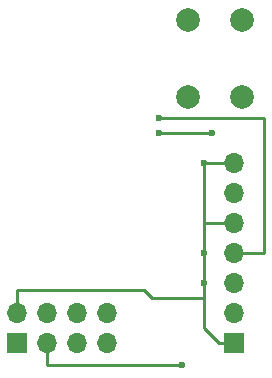
<source format=gbl>
G04 #@! TF.FileFunction,Copper,L2,Bot,Signal*
%FSLAX46Y46*%
G04 Gerber Fmt 4.6, Leading zero omitted, Abs format (unit mm)*
G04 Created by KiCad (PCBNEW 4.0.6) date 08/05/17 14:41:28*
%MOMM*%
%LPD*%
G01*
G04 APERTURE LIST*
%ADD10C,0.100000*%
%ADD11R,1.700000X1.700000*%
%ADD12O,1.700000X1.700000*%
%ADD13C,2.000000*%
%ADD14C,0.600000*%
%ADD15C,0.250000*%
G04 APERTURE END LIST*
D10*
D11*
X33655000Y-195580000D03*
D12*
X33655000Y-193040000D03*
X33655000Y-190500000D03*
X33655000Y-187960000D03*
X33655000Y-185420000D03*
X33655000Y-182880000D03*
X33655000Y-180340000D03*
D11*
X15240000Y-195580000D03*
D12*
X15240000Y-193040000D03*
X17780000Y-195580000D03*
X17780000Y-193040000D03*
X20320000Y-195580000D03*
X20320000Y-193040000D03*
X22860000Y-195580000D03*
X22860000Y-193040000D03*
D13*
X29790000Y-168275000D03*
X34290000Y-168275000D03*
X29790000Y-174775000D03*
X34290000Y-174775000D03*
D14*
X31115000Y-180340000D03*
X31115000Y-190500000D03*
X31115000Y-187960000D03*
X27305000Y-177800000D03*
X31750000Y-177800000D03*
X29210000Y-197485000D03*
X27305000Y-176530000D03*
D15*
X31115000Y-191770000D02*
X31115000Y-194310000D01*
X32385000Y-195580000D02*
X33655000Y-195580000D01*
X31115000Y-194310000D02*
X32385000Y-195580000D01*
X31115000Y-185420000D02*
X33655000Y-185420000D01*
X31115000Y-180340000D02*
X33655000Y-180340000D01*
X15240000Y-193040000D02*
X15240000Y-191135000D01*
X26670000Y-191770000D02*
X31115000Y-191770000D01*
X26035000Y-191135000D02*
X26670000Y-191770000D01*
X15240000Y-191135000D02*
X26035000Y-191135000D01*
X31115000Y-187960000D02*
X31115000Y-185420000D01*
X31115000Y-185420000D02*
X31115000Y-180340000D01*
X31115000Y-191770000D02*
X31115000Y-190500000D01*
X31115000Y-190500000D02*
X31115000Y-187960000D01*
X31750000Y-177800000D02*
X27305000Y-177800000D01*
X17780000Y-197485000D02*
X29210000Y-197485000D01*
X17780000Y-195580000D02*
X17780000Y-197485000D01*
X36195000Y-187960000D02*
X33655000Y-187960000D01*
X34290000Y-187960000D02*
X36195000Y-187960000D01*
X36195000Y-176530000D02*
X36195000Y-187960000D01*
X27305000Y-176530000D02*
X36195000Y-176530000D01*
M02*

</source>
